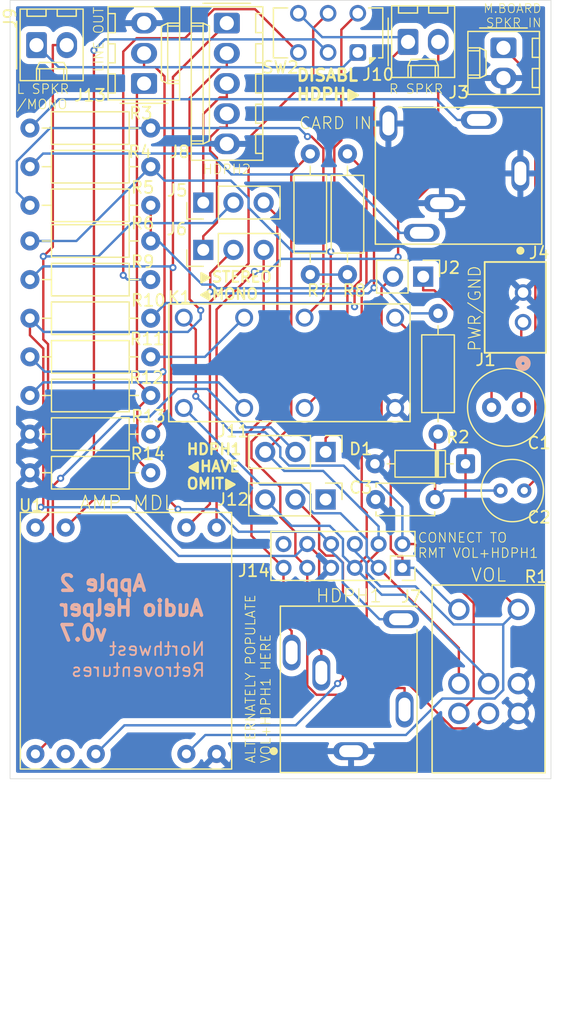
<source format=kicad_pcb>
(kicad_pcb (version 20241229) (generator "pcbnew") (generator_version "9.0")
  (title_block (title "Apple 2 Audio Helper") (date "2026-01-17") (rev "0.7.1") (company "Northwest Retroventures") (comment 1 "Optionally supports second internal speaker for stereo.") (comment 2 "Outputs to line-out jack & headphone jack (rear of case), stock speaker.") (comment 3 "Routes sound card and motherboard audio sources. Power from int. game port connector.") (comment 4 "Circuit to mount internal to Apple 2 beneath keyboard, exposing mode & volume knobs."))
  (layers (0 "F.Cu" signal) (2 "B.Cu" signal) (13 "F.Paste" user) (15 "B.Paste" user) (5 "F.SilkS" user "F.Silkscreen") (7 "B.SilkS" user "B.Silkscreen") (1 "F.Mask" user) (3 "B.Mask" user) (25 "Edge.Cuts" user))
  (net 0 "")
  (net 1 "/+5V_IN")
  (net 2 "Net-(J2-Pin_1)")
  (net 3 "Net-(C2-Pad2)")
  (net 4 "/MB_SPKR")
  (net 5 "/LSPKR+")
  (net 6 "/HP2_IS_PRIMARY_L")
  (net 7 "/HP2_IS_PRIMARY_R")
  (net 8 "/RSPKR+")
  (net 9 "/RSPKR-")
  (net 10 "/LSPKR-")
  (net 11 "/AMP_INPUT_L")
  (net 12 "/MONO_MIX_POINT")
  (net 13 "/AMP_INPUT_R")
  (net 14 "/LINE_OUT_R")
  (net 15 "/LINE_OUT_L")
  (net 16 "/LINE_OUT_SOURCE_R")
  (net 17 "/LINE_OUT_SOURCE_L")
  (net 18 "/INPUT_AUDIO_L")
  (net 19 "/INPUT_AUDIO_R")
  (net 20 "/AUDIO_MB_AC")
  (net 21 "/JACK_L")
  (net 22 "/JACK_R")
  (net 23 "Net-(SW2A-C)")
  (net 24 "Net-(SW2B-C)")
  (net 25 "Net-(SW2A-B)")
  (net 26 "Net-(SW2B-B)")
  (net 29 "RMT_GND")
  (net 30 "V_OUT")
  (net 31 "V_IN")
  (net 32 "HP1_TN")
  (net 33 "HP1_RN")
  (net 34 "HP1_T")
  (net 35 "HP1_R")
  (net 36 "VOL_L")
  (net 37 "VOL_R")
  (net 38 "SRC_L")
  (net 39 "SRC_R")
  (footprint "Connector_PinHeader_2.54mm:PinHeader_1x03_P2.54mm_Vertical" (layer "F.Cu") (at 66.25 71 90)
    (property "Reference" "J6")
    (property "Value" "PIN HEADER 1x3" (hide yes))
  )
  (footprint "Capacitor_THT:C_Disc_D4.7mm_W2.5mm_P5.00mm" (layer "F.Cu") (at 85.75 92 180)
    (property "Reference" "C3")
    (property "Value" "10nF")
  )
  (footprint "Connector_Molex:Molex_KK-254_AE-6410-02A_1x02_P2.54mm_Vertical" (layer "F.Cu") (at 83.475 53.5)
    (property "Reference" "J10")
    (property "Value" "PIN HEADER 1x2" (hide yes))
  )
  (footprint "Resistor_THT:R_Axial_DIN0207_L6.3mm_D2.5mm_P10.16mm_Horizontal" (layer "F.Cu") (at 61.83 86.5 180)
    (property "Reference" "R13")
    (property "Value" "1kΩ")
  )
  (footprint "PTR902-1020K-A502:TRIM_PTR902-1020K-A502" (layer "F.Cu") (at 90.25 107.5 -90)
    (property "Reference" "R1")
    (property "Value" "10kΩ" (hide yes))
  )
  (footprint "Resistor_THT:R_Axial_DIN0207_L6.3mm_D2.5mm_P10.16mm_Horizontal" (layer "F.Cu") (at 51.67 60.75)
    (property "Reference" "R3")
    (property "Value" "10kΩ")
  )
  (footprint "SR11-5V-200-2C:RELAY_SR11-5V-200-2C" (layer "F.Cu") (at 73.5 80.5)
    (property "Reference" "K1")
    (property "Value" "SR11-5V-200-2C")
  )
  (footprint "Resistor_THT:R_Axial_DIN0207_L6.3mm_D2.5mm_P10.16mm_Horizontal" (layer "F.Cu") (at 75.25 62.92 -90)
    (property "Reference" "R7")
    (property "Value" "10kΩ")
  )
  (footprint "Resistor_THT:R_Axial_DIN0207_L6.3mm_D2.5mm_P10.16mm_Horizontal" (layer "F.Cu") (at 61.83 70.25 180)
    (property "Reference" "R6")
    (property "Value" "10kΩ")
  )
  (footprint "Connector_Molex:Molex_KK-254_AE-6410-05A_1x05_P2.54mm_Vertical" (layer "F.Cu") (at 68.23 51.92 -90)
    (property "Reference" "J8")
    (property "Value" "PIN HEADER 1x5" (hide yes))
  )
  (footprint "Connector_PinHeader_2.54mm:PinHeader_1x03_P2.54mm_Vertical" (layer "F.Cu") (at 76.54 92 -90)
    (property "Reference" "J12")
    (property "Value" "PIN HEADER 1x3" (hide yes))
  )
  (footprint "Connector_Molex:Molex_KK-254_AE-6410-03A_1x03_P2.54mm_Vertical" (layer "F.Cu") (at 61.27 57 90)
    (property "Reference" "J13")
    (property "Value" "PIN HEADER 1x3" (hide yes))
  )
  (footprint "pam8403:pam8403" (layer "F.Cu") (at 59.75 103.25)
    (property "Reference" "U1")
    (property "Value" "pam8403" (hide yes))
  )
  (footprint "Connector_PinSocket_2.00mm:PinSocket_2x06_P2.00mm_Vertical" (layer "F.Cu") (at 83 97.75 -90)
    (property "Reference" "J14")
    (property "Value" "PIN HEADER 2x6" (hide yes))
  )
  (footprint "Resistor_THT:R_Axial_DIN0207_L6.3mm_D2.5mm_P10.16mm_Horizontal" (layer "F.Cu") (at 61.83 76.75 180)
    (property "Reference" "R10")
    (property "Value" "33Ω")
  )
  (footprint "SJ1-3515N:CUI_SJ1-3515N" (layer "F.Cu") (at 78.6825 113.175 90)
    (property "Reference" "J7")
    (property "Value" "SJ1-3515N")
  )
  (footprint "Molex5267:CONN_22035025_MOL" (layer "F.Cu") (at 93.1511 77.0896 -90)
    (property "Reference" "J1")
    (property "Value" "PIN HEADER 1x2" (hide yes))
  )
  (footprint "Connector_PinHeader_2.54mm:PinHeader_1x03_P2.54mm_Vertical" (layer "F.Cu") (at 66.25 67.02 90)
    (property "Reference" "J5")
    (property "Value" "PIN HEADER 1x3" (hide yes))
  )
  (footprint "Button_Switch_THT:SW_CK_JS202011CQN_DPDT_Straight" (layer "F.Cu") (at 79.25 54.3925 180)
    (property "Reference" "SW2")
    (property "Value" "SW_DPDT_x2" (hide yes))
  )
  (footprint "Capacitor_THT:C_Radial_D5.0mm_H5.0mm_P2.00mm" (layer "F.Cu") (at 93.25 91.25 180)
    (property "Reference" "C2")
    (property "Value" "1µF")
  )
  (footprint "Connector_PinHeader_2.54mm:PinHeader_1x02_P2.54mm_Vertical" (layer "F.Cu") (at 84.75 73.25 -90)
    (property "Reference" "J2")
    (property "Value" "PIN HEADER 1x2" (hide yes))
  )
  (footprint "SJ1-3515N:CUI_SJ1-3515N" (layer "F.Cu") (at 92.925 64.5675 180)
    (property "Reference" "J4")
    (property "Value" "SJ1-3515N")
  )
  (footprint "Resistor_THT:R_Axial_DIN0207_L6.3mm_D2.5mm_P10.16mm_Horizontal" (layer "F.Cu") (at 61.83 89.75 180)
    (property "Reference" "R14")
    (property "Value" "1kΩ")
  )
  (footprint "Connector_Molex:Molex_KK-254_AE-6410-02A_1x02_P2.54mm_Vertical" (layer "F.Cu") (at 52.225 53.77)
    (property "Reference" "J9")
    (property "Value" "PIN HEADER 1x2" (hide yes))
  )
  (footprint "Resistor_THT:R_Axial_DIN0207_L6.3mm_D2.5mm_P10.16mm_Horizontal" (layer "F.Cu") (at 61.83 67.25 180)
    (property "Reference" "R5")
    (property "Value" "10kΩ")
  )
  (footprint "Diode_THT:D_DO-35_SOD27_P7.62mm_Horizontal" (layer "F.Cu") (at 88.31 89 180)
    (property "Reference" "D1")
    (property "Value" "1N4148")
  )
  (footprint "Resistor_THT:R_Axial_DIN0207_L6.3mm_D2.5mm_P10.16mm_Horizontal" (layer "F.Cu") (at 86 86.5 90)
    (property "Reference" "R2")
    (property "Value" "1kΩ")
  )
  (footprint "Resistor_THT:R_Axial_DIN0207_L6.3mm_D2.5mm_P10.16mm_Horizontal" (layer "F.Cu") (at 51.67 64)
    (property "Reference" "R4")
    (property "Value" "10kΩ")
  )
  (footprint "Resistor_THT:R_Axial_DIN0207_L6.3mm_D2.5mm_P10.16mm_Horizontal" (layer "F.Cu") (at 61.83 80 180)
    (property "Reference" "R11")
    (property "Value" "4.7kΩ")
  )
  (footprint "Capacitor_THT:C_Radial_D6.3mm_H7.0mm_P2.50mm" (layer "F.Cu") (at 93 84.25 180)
    (property "Reference" "C1")
    (property "Value" "100µF")
  )
  (footprint "Resistor_THT:R_Axial_DIN0207_L6.3mm_D2.5mm_P10.16mm_Horizontal" (layer "F.Cu") (at 61.83 83.25 180)
    (property "Reference" "R12")
    (property "Value" "4.7kΩ")
  )
  (footprint "Connector_PinHeader_2.54mm:PinHeader_1x03_P2.54mm_Vertical" (layer "F.Cu") (at 76.54 88 -90)
    (property "Reference" "J11")
    (property "Value" "PIN HEADER 1x3" (hide yes))
  )
  (footprint "Resistor_THT:R_Axial_DIN0207_L6.3mm_D2.5mm_P10.16mm_Horizontal" (layer "F.Cu") (at 78.38 62.92 -90)
    (property "Reference" "R8")
    (property "Value" "10kΩ")
  )
  (footprint "Resistor_THT:R_Axial_DIN0207_L6.3mm_D2.5mm_P10.16mm_Horizontal" (layer "F.Cu") (at 61.83 73.5 180)
    (property "Reference" "R9")
    (property "Value" "33Ω")
  )
  (footprint "Connector_Molex:Molex_KK-254_AE-6410-02A_1x02_P2.54mm_Vertical" (layer "F.Cu") (at 91.5 54 -90)
    (property "Reference" "J3")
    (property "Value" "PIN HEADER 1x2" (hide yes))
  )
  (gr_rect (start 50 50) (end 95.5 115.5) (stroke (width 0.05)) (fill no) (layer "Edge.Cuts"))
  (gr_text "VOL" (at 90.25 99 0) (layer "F.SilkS") (effects (font (size 1.1 1.1) (thickness 0.1)) (justify bottom)))
  (gr_text "︎︎DISABL\nHDPH▶" (at 74 58.5 0) (layer "F.SilkS") (effects (font (size 1 1) (thickness 0.22) (bold yes)) (justify left bottom)))
  (gr_text "ALTERNATELY POPULATE\nVOL+HDPH1 HERE" (at 69.75 114.25 90) (layer "F.SilkS") (effects (font (size 0.8 0.8) (thickness 0.08)) (justify left top)))
  (gr_text "HDPH1" (at 78.5 100.75 0) (layer "F.SilkS") (effects (font (size 1.1 1.1) (thickness 0.1)) (justify bottom)))
  (gr_text "AMP MDL" (at 55.75 93 0) (layer "F.SilkS") (effects (font (size 1.2 1.2) (thickness 0.1)) (justify left bottom)))
  (gr_text "M.BOARD\nSPKR IN" (at 94.75 50.25 0) (layer "F.SilkS") (effects (font (size 0.75 0.75) (thickness 0.07)) (justify right top)))
  (gr_text "▶︎STEREO\n◀︎MONO" (at 65.75 72.75 0) (layer "F.SilkS") (effects (font (size 0.9 0.9) (thickness 0.18) (bold yes)) (justify left top)))
  (gr_text "CONNECT TO\nRMT VOL+HDPH1" (at 84.25 94.75 0) (layer "F.SilkS") (effects (font (size 0.8 0.8) (thickness 0.08)) (justify left top)))
  (gr_text "PWR/GND" (at 88.5 72.25 90) (layer "F.SilkS") (effects (font (size 1 1) (thickness 0.09)) (justify right top)))
  (gr_text "CARD IN" (at 74.25 59.75 0) (layer "F.SilkS") (effects (font (size 1 1) (thickness 0.09)) (justify left top)))
  (gr_text "R SPKR" (at 86.5 57 0) (layer "F.SilkS") (effects (font (size 0.8 0.8) (thickness 0.08)) (justify right top)))
  (gr_text "LINE OUT" (at 56.98 50.5 90) (layer "F.SilkS") (effects (font (size 0.8 0.8) (thickness 0.08)) (justify right top)))
  (gr_text "L SPKR\n/MONO" (at 50.5 57 0) (layer "F.SilkS") (effects (font (size 0.8 0.8) (thickness 0.08)) (justify left top)))
  (gr_text "HDPH1\n◀HAVE\n︎OMIT▶" (at 64.75 87.25 0) (layer "F.SilkS") (effects (font (size 0.9 0.9) (thickness 0.2) (bold yes)) (justify left top)))
  (gr_text "HDPH2" (at 68.23 63.75 0) (layer "F.SilkS") (effects (font (size 0.8 0.8) (thickness 0.08)) (justify top)))
  (gr_text "Apple 2\nAudio Helper\nv0.7" (at 54 104 0) (layer "B.SilkS") (effects (font (size 1.3 1.25) (thickness 0.3) (bold yes)) (justify right bottom mirror)))
  (gr_text "Northwest\nRetroventures" (at 66.5 107 0) (layer "B.SilkS") (effects (font (size 1.1 1.1)) (justify left bottom mirror)))
  (segment (start 93 77.2407) (end 93 84.25) (width 0.2) (layer "F.Cu") (net 1))
  (segment (start 93.1511 77.0896) (end 93 77.2407) (width 0.2) (layer "F.Cu") (net 1))
  (segment (start 90.5 79.2159) (end 85.6858 74.4017) (width 0.2) (layer "F.Cu") (net 2))
  (segment (start 84.75 73.25) (end 84.75 74.4017) (width 0.2) (layer "F.Cu") (net 2))
  (segment (start 90.5 84.25) (end 90.5 79.2159) (width 0.2) (layer "F.Cu") (net 2))
  (segment (start 85.6858 74.4017) (end 84.75 74.4017) (width 0.2) (layer "F.Cu") (net 2))
  (segment (start 85.75 86.75) (end 86 86.5) (width 0.2) (layer "F.Cu") (net 3))
  (segment (start 85.75 92) (end 85.75 86.75) (width 0.2) (layer "F.Cu") (net 3))
  (segment (start 86.5 91.25) (end 85.75 92) (width 0.2) (layer "B.Cu") (net 3))
  (segment (start 91.25 91.25) (end 86.5 91.25) (width 0.2) (layer "B.Cu") (net 3))
  (segment (start 94.1841 56.6841) (end 91.5 54) (width 0.2) (layer "F.Cu") (net 4))
  (segment (start 93.25 91.25) (end 94.1841 90.3159) (width 0.2) (layer "F.Cu") (net 4))
  (segment (start 94.1841 90.3159) (end 94.1841 56.6841) (width 0.2) (layer "F.Cu") (net 4))
  (segment (start 54.0871 55.6321) (end 52.225 53.77) (width 0.2) (layer "B.Cu") (net 5))
  (segment (start 79.25 54.3925) (end 78.0104 55.6321) (width 0.2) (layer "B.Cu") (net 5))
  (segment (start 78.0104 55.6321) (end 54.0871 55.6321) (width 0.2) (layer "B.Cu") (net 5))
  (segment (start 67.6442 58.1717) (end 68.23 58.1717) (width 0.2) (layer "F.Cu") (net 6))
  (segment (start 66.25 59.5659) (end 67.6442 58.1717) (width 0.2) (layer "F.Cu") (net 6))
  (segment (start 66.25 67.02) (end 66.25 59.5659) (width 0.2) (layer "F.Cu") (net 6))
  (segment (start 68.23 57) (end 68.23 58.1717) (width 0.2) (layer "F.Cu") (net 6))
  (segment (start 66.8247 61.5312) (end 66.8247 62.6747) (width 0.2) (layer "F.Cu") (net 7))
  (segment (start 68.23 60.7117) (end 67.6442 60.7117) (width 0.2) (layer "F.Cu") (net 7))
  (segment (start 67.4017 68.6966) (end 66.25 69.8483) (width 0.2) (layer "F.Cu") (net 7))
  (segment (start 66.8247 62.6747) (end 67.4017 63.2517) (width 0.2) (layer "F.Cu") (net 7))
  (segment (start 66.25 71) (end 66.25 69.8483) (width 0.2) (layer "F.Cu") (net 7))
  (segment (start 67.6442 60.7117) (end 66.8247 61.5312) (width 0.2) (layer "F.Cu") (net 7))
  (segment (start 68.23 59.54) (end 68.23 60.7117) (width 0.2) (layer "F.Cu") (net 7))
  (segment (start 67.4017 63.2517) (end 67.4017 68.6966) (width 0.2) (layer "F.Cu") (net 7))
  (segment (start 66.8383 72.9517) (end 66.8383 74.5217) (width 0.2) (layer "F.Cu") (net 8))
  (segment (start 68.79 71) (end 66.8383 72.9517) (width 0.2) (layer "F.Cu") (net 8))
  (segment (start 83.475 53.5) (end 80.6123 56.3627) (width 0.2) (layer "F.Cu") (net 8))
  (segment (start 80.6123 56.3627) (end 80.6123 74.1921) (width 0.2) (layer "F.Cu") (net 8))
  (via (at 66.8383 74.5217) (size 0.6) (drill 0.3) (layers "F.Cu" "B.Cu") (net 8))
  (via (at 80.6123 74.1921) (size 0.6) (drill 0.3) (layers "F.Cu" "B.Cu") (net 8))
  (segment (start 80.1441 74.6603) (end 80.6123 74.1921) (width 0.2) (layer "B.Cu") (net 8))
  (segment (start 66.9769 74.6603) (end 80.1441 74.6603) (width 0.2) (layer "B.Cu") (net 8))
  (segment (start 74.25 51.0925) (end 76.2606 53.1031) (width 0.2) (layer "B.Cu") (net 8))
  (segment (start 76.2606 53.1031) (end 83.0781 53.1031) (width 0.2) (layer "B.Cu") (net 8))
  (segment (start 83.0781 53.1031) (end 83.475 53.5) (width 0.2) (layer "B.Cu") (net 8))
  (segment (start 66.8383 74.5217) (end 66.9769 74.6603) (width 0.2) (layer "B.Cu") (net 8))
  (segment (start 67.37 76.0123) (end 70.5621 72.8202) (width 0.2) (layer "F.Cu") (net 9))
  (segment (start 67.37 94.36) (end 67.37 76.0123) (width 0.2) (layer "F.Cu") (net 9))
  (segment (start 86.015 53.5) (end 86.015 64.9543) (width 0.2) (layer "F.Cu") (net 9))
  (segment (start 82.6403 68.329) (end 82.6403 71.602) (width 0.2) (layer "F.Cu") (net 9))
  (segment (start 86.015 64.9543) (end 82.6403 68.329) (width 0.2) (layer "F.Cu") (net 9))
  (via (at 82.6403 71.602) (size 0.6) (drill 0.3) (layers "F.Cu" "B.Cu") (net 9))
  (via (at 70.5621 72.8202) (size 0.6) (drill 0.3) (layers "F.Cu" "B.Cu") (net 9))
  (segment (start 82.4876 71.7547) (end 82.6403 71.602) (width 0.2) (layer "B.Cu") (net 9))
  (segment (start 72.7922 71.7547) (end 82.4876 71.7547) (width 0.2) (layer "B.Cu") (net 9))
  (segment (start 71.7267 72.8202) (end 72.7922 71.7547) (width 0.2) (layer "B.Cu") (net 9))
  (segment (start 70.5621 72.8202) (end 71.7267 72.8202) (width 0.2) (layer "B.Cu") (net 9))
  (segment (start 54.765 53.77) (end 53.5933 53.77) (width 0.2) (layer "F.Cu") (net 10))
  (segment (start 52.96 78.6981) (end 52.7937 78.5318) (width 0.2) (layer "F.Cu") (net 10))
  (segment (start 53.5933 70.7474) (end 53.5933 53.77) (width 0.2) (layer "F.Cu") (net 10))
  (segment (start 52.96 78.6981) (end 52.7937 78.5318) (width 0.2) (layer "F.Cu") (net 10))
  (segment (start 52.13 94.36) (end 53.1954 93.2946) (width 0.2) (layer "F.Cu") (net 10))
  (segment (start 53.1954 93.2946) (end 53.1954 78.9335) (width 0.2) (layer "F.Cu") (net 10))
  (segment (start 52.7938 71.5469) (end 53.5933 70.7474) (width 0.2) (layer "F.Cu") (net 10))
  (segment (start 52.7937 78.5318) (end 52.7937 71.5469) (width 0.2) (layer "F.Cu") (net 10))
  (segment (start 53.1954 78.9335) (end 52.96 78.6981) (width 0.2) (layer "F.Cu") (net 10))
  (segment (start 52.7937 71.5469) (end 52.7938 71.5469) (width 0.2) (layer "F.Cu") (net 10))
  (via (at 52.7938 71.5469) (size 0.6) (drill 0.3) (layers "F.Cu" "B.Cu") (net 10))
  (segment (start 57.4286 71.5469) (end 60.2255 68.75) (width 0.2) (layer "B.Cu") (net 10))
  (segment (start 67.06 68.75) (end 68.79 67.02) (width 0.2) (layer "B.Cu") (net 10))
  (segment (start 52.7938 71.5469) (end 57.4286 71.5469) (width 0.2) (layer "B.Cu") (net 10))
  (segment (start 60.2255 68.75) (end 67.06 68.75) (width 0.2) (layer "B.Cu") (net 10))
  (segment (start 53.5971 111.9429) (end 53.5971 90.8717) (width 0.2) (layer "F.Cu") (net 11))
  (segment (start 53.5971 90.8717) (end 54.2532 90.2156) (width 0.2) (layer "F.Cu") (net 11))
  (segment (start 52.13 113.41) (end 53.5971 111.9429) (width 0.2) (layer "F.Cu") (net 11))
  (via (at 54.2532 90.2156) (size 0.6) (drill 0.3) (layers "F.Cu" "B.Cu") (net 11))
  (segment (start 69.8233 85.9287) (end 66.5912 82.6966) (width 0.2) (layer "B.Cu") (net 11))
  (segment (start 74 88) (end 71.9287 85.9287) (width 0.2) (layer "B.Cu") (net 11))
  (segment (start 59.4141 85.0547) (end 54.2532 90.2156) (width 0.2) (layer "B.Cu") (net 11))
  (segment (start 66.5912 82.6966) (end 64.0776 82.6966) (width 0.2) (layer "B.Cu") (net 11))
  (segment (start 71.9287 85.9287) (end 69.8233 85.9287) (width 0.2) (layer "B.Cu") (net 11))
  (segment (start 61.7195 85.0547) (end 59.4141 85.0547) (width 0.2) (layer "B.Cu") (net 11))
  (segment (start 64.0776 82.6966) (end 61.7195 85.0547) (width 0.2) (layer "B.Cu") (net 11))
  (segment (start 78.3757 73.0843) (end 78.3757 85.0126) (width 0.2) (layer "F.Cu") (net 12))
  (segment (start 78.3757 85.0126) (end 76.54 86.8483) (width 0.2) (layer "F.Cu") (net 12))
  (segment (start 78.38 73.08) (end 78.3757 73.0843) (width 0.2) (layer "F.Cu") (net 12))
  (segment (start 76.54 88) (end 76.54 86.8483) (width 0.2) (layer "F.Cu") (net 12))
  (segment (start 78.38 73.08) (end 75.25 73.08) (width 0.2) (layer "B.Cu") (net 12))
  (segment (start 77.4095 96.7267) (end 76.5639 96.7267) (width 0.2) (layer "F.Cu") (net 13))
  (segment (start 76.5639 96.7267) (end 76 96.1628) (width 0.2) (layer "F.Cu") (net 13))
  (segment (start 78 107.035) (end 78 97.3172) (width 0.2) (layer "F.Cu") (net 13))
  (segment (start 76 94) (end 74 92) (width 0.2) (layer "F.Cu") (net 13))
  (segment (start 78 97.3172) (end 77.4095 96.7267) (width 0.2) (layer "F.Cu") (net 13))
  (segment (start 76 96.1628) (end 76 94) (width 0.2) (layer "F.Cu") (net 13))
  (segment (start 77.5492 107.4858) (end 78 107.035) (width 0.2) (layer "F.Cu") (net 13))
  (via (at 77.5492 107.4858) (size 0.6) (drill 0.3) (layers "F.Cu" "B.Cu") (net 13))
  (segment (start 74.0347 111.0003) (end 77.5492 107.4858) (width 0.2) (layer "B.Cu") (net 13))
  (segment (start 59.6197 111.0003) (end 74.0347 111.0003) (width 0.2) (layer "B.Cu") (net 13))
  (segment (start 57.21 113.41) (end 59.6197 111.0003) (width 0.2) (layer "B.Cu") (net 13))
  (segment (start 62.9906 56.4003) (end 62.9906 81.2476) (width 0.2) (layer "F.Cu") (net 14))
  (segment (start 61.27 54.46) (end 61.27 55.6317) (width 0.2) (layer "F.Cu") (net 14))
  (segment (start 62.9906 85.3394) (end 61.83 86.5) (width 0.2) (layer "F.Cu") (net 14))
  (segment (start 62.222 55.6317) (end 62.9906 56.4003) (width 0.2) (layer "F.Cu") (net 14))
  (segment (start 62.9906 81.2476) (end 62.9906 85.3394) (width 0.2) (layer "F.Cu") (net 14))
  (segment (start 61.27 55.6317) (end 62.222 55.6317) (width 0.2) (layer "F.Cu") (net 14))
  (segment (start 62.9906 81.2476) (end 62.8589 81.2476) (width 0.2) (layer "F.Cu") (net 14))
  (via (at 62.8589 81.2476) (size 0.6) (drill 0.3) (layers "F.Cu" "B.Cu") (net 14))
  (segment (start 52.9176 81.2476) (end 51.67 80) (width 0.2) (layer "B.Cu") (net 14))
  (segment (start 62.8589 81.2476) (end 52.9176 81.2476) (width 0.2) (layer "B.Cu") (net 14))
  (segment (start 60.7045 84.3755) (end 60.7045 88.6245) (width 0.2) (layer "F.Cu") (net 15))
  (segment (start 60.7045 88.6245) (end 61.83 89.75) (width 0.2) (layer "F.Cu") (net 15))
  (segment (start 61.83 83.25) (end 60.6701 82.0901) (width 0.2) (layer "F.Cu") (net 15))
  (segment (start 61.83 83.25) (end 60.7045 84.3755) (width 0.2) (layer "F.Cu") (net 15))
  (segment (start 60.6701 57.5999) (end 61.27 57) (width 0.2) (layer "F.Cu") (net 15))
  (segment (start 60.6701 82.0901) (end 60.6701 57.5999) (width 0.2) (layer "F.Cu") (net 15))
  (segment (start 67.5352 82.1452) (end 52.7748 82.1452) (width 0.2) (layer "B.Cu") (net 16))
  (segment (start 52.7748 82.1452) (end 51.67 83.25) (width 0.2) (layer "B.Cu") (net 16))
  (segment (start 69.69 84.3) (end 67.5352 82.1452) (width 0.2) (layer "B.Cu") (net 16))
  (segment (start 69.69 76.7) (end 66.39 80) (width 0.2) (layer "B.Cu") (net 17))
  (segment (start 66.39 80) (end 61.83 80) (width 0.2) (layer "B.Cu") (net 17))
  (segment (start 76.3546 62.4662) (end 75.3518 61.4634) (width 0.2) (layer "F.Cu") (net 18))
  (segment (start 74.77 76.7) (end 76.3546 75.1154) (width 0.2) (layer "F.Cu") (net 18))
  (segment (start 76.3546 75.1154) (end 76.3546 62.4662) (width 0.2) (layer "F.Cu") (net 18))
  (segment (start 75.3518 61.4634) (end 75.0186 61.4634) (width 0.2) (layer "F.Cu") (net 18))
  (via (at 75.0186 61.4634) (size 0.6) (drill 0.3) (layers "F.Cu" "B.Cu") (net 18))
  (segment (start 50.5683 66.1483) (end 51.67 67.25) (width 0.2) (layer "B.Cu") (net 18))
  (segment (start 61.83 60.75) (end 53.3585 60.75) (width 0.2) (layer "B.Cu") (net 18))
  (segment (start 75.0186 61.4634) (end 74.3052 60.75) (width 0.2) (layer "B.Cu") (net 18))
  (segment (start 50.5683 63.5402) (end 50.5683 66.1483) (width 0.2) (layer "B.Cu") (net 18))
  (segment (start 53.3585 60.75) (end 50.5683 63.5402) (width 0.2) (layer "B.Cu") (net 18))
  (segment (start 74.3052 60.75) (end 61.83 60.75) (width 0.2) (layer "B.Cu") (net 18))
  (segment (start 76.9758 71.153) (end 76.9758 82.0942) (width 0.2) (layer "F.Cu") (net 19))
  (segment (start 76.9758 82.0942) (end 74.77 84.3) (width 0.2) (layer "F.Cu") (net 19))
  (via (at 76.9758 71.153) (size 0.6) (drill 0.3) (layers "F.Cu" "B.Cu") (net 19))
  (segment (start 70.06 67.4467) (end 73.7663 71.153) (width 0.2) (layer "B.Cu") (net 19))
  (segment (start 70.06 66.658) (end 70.06 67.4467) (width 0.2) (layer "B.Cu") (net 19))
  (segment (start 63.0023 65.1723) (end 68.5743 65.1723) (width 0.2) (layer "B.Cu") (net 19))
  (segment (start 61.83 64) (end 63.0023 65.1723) (width 0.2) (layer "B.Cu") (net 19))
  (segment (start 51.67 70.25) (end 55.58 70.25) (width 0.2) (layer "B.Cu") (net 19))
  (segment (start 68.5743 65.1723) (end 70.06 66.658) (width 0.2) (layer "B.Cu") (net 19))
  (segment (start 73.7663 71.153) (end 76.9758 71.153) (width 0.2) (layer "B.Cu") (net 19))
  (segment (start 55.58 70.25) (end 61.83 64) (width 0.2) (layer "B.Cu") (net 19))
  (segment (start 61.83 67.25) (end 61.83 70.25) (width 0.2) (layer "F.Cu") (net 20))
  (segment (start 80.3632 73.5904) (end 79.7252 74.2284) (width 0.2) (layer "B.Cu") (net 20))
  (segment (start 80.8615 73.5904) (end 80.3632 73.5904) (width 0.2) (layer "B.Cu") (net 20))
  (segment (start 62.4858 70.25) (end 61.83 70.25) (width 0.2) (layer "B.Cu") (net 20))
  (segment (start 86 76.34) (end 83.6111 76.34) (width 0.2) (layer "B.Cu") (net 20))
  (segment (start 83.6111 76.34) (end 80.8615 73.5904) (width 0.2) (layer "B.Cu") (net 20))
  (segment (start 67.0875 73.92) (end 66.1558 73.92) (width 0.2) (layer "B.Cu") (net 20))
  (segment (start 66.1558 73.92) (end 62.4858 70.25) (width 0.2) (layer "B.Cu") (net 20))
  (segment (start 67.3959 74.2284) (end 67.0875 73.92) (width 0.2) (layer "B.Cu") (net 20))
  (segment (start 79.7252 74.2284) (end 67.3959 74.2284) (width 0.2) (layer "B.Cu") (net 20))
  (segment (start 89.425 60.0675) (end 87.6153 60.0675) (width 0.2) (layer "B.Cu") (net 21))
  (segment (start 54.0957 58.3243) (end 51.67 60.75) (width 0.2) (layer "B.Cu") (net 21))
  (segment (start 85.8721 58.3243) (end 54.0957 58.3243) (width 0.2) (layer "B.Cu") (net 21))
  (segment (start 87.6153 60.0675) (end 85.8721 58.3243) (width 0.2) (layer "B.Cu") (net 21))
  (segment (start 84.625 69.5675) (end 82.8153 69.5675) (width 0.2) (layer "B.Cu") (net 22))
  (segment (start 66.8611 62.8949) (end 52.7751 62.8949) (width 0.2) (layer "B.Cu") (net 22))
  (segment (start 77.8986 64.6508) (end 68.617 64.6508) (width 0.2) (layer "B.Cu") (net 22))
  (segment (start 68.617 64.6508) (end 66.8611 62.8949) (width 0.2) (layer "B.Cu") (net 22))
  (segment (start 52.7751 62.8949) (end 51.67 64) (width 0.2) (layer "B.Cu") (net 22))
  (segment (start 82.8153 69.5675) (end 77.8986 64.6508) (width 0.2) (layer "B.Cu") (net 22))
  (segment (start 60.6466 53.19) (end 64.7135 53.19) (width 0.2) (layer "F.Cu") (net 23))
  (segment (start 67.1562 50.7473) (end 70.6048 50.7473) (width 0.2) (layer "F.Cu") (net 23))
  (segment (start 59.5195 73.1401) (end 59.5195 54.3171) (width 0.2) (layer "F.Cu") (net 23))
  (segment (start 64.7135 53.19) (end 67.1562 50.7473) (width 0.2) (layer "F.Cu") (net 23))
  (segment (start 59.5195 54.3171) (end 60.6466 53.19) (width 0.2) (layer "F.Cu") (net 23))
  (segment (start 70.6048 50.7473) (end 74.25 54.3925) (width 0.2) (layer "F.Cu") (net 23))
  (via (at 59.5195 73.1401) (size 0.6) (drill 0.3) (layers "F.Cu" "B.Cu") (net 23))
  (segment (start 59.8794 73.5) (end 59.5195 73.1401) (width 0.2) (layer "B.Cu") (net 23))
  (segment (start 61.83 73.5) (end 59.8794 73.5) (width 0.2) (layer "B.Cu") (net 23))
  (segment (start 77.2726 62.3752) (end 77.2726 67.982) (width 0.2) (layer "F.Cu") (net 24))
  (segment (start 77.8676 52.4749) (end 77.8676 61.7802) (width 0.2) (layer "F.Cu") (net 24))
  (segment (start 79.25 51.0925) (end 77.8676 52.4749) (width 0.2) (layer "F.Cu") (net 24))
  (segment (start 78.9774 74.0664) (end 78.9774 75.7853) (width 0.2) (layer "F.Cu") (net 24))
  (segment (start 79.5001 70.2095) (end 79.5001 73.5437) (width 0.2) (layer "F.Cu") (net 24))
  (segment (start 77.8676 61.7802) (end 77.2726 62.3752) (width 0.2) (layer "F.Cu") (net 24))
  (segment (start 79.5001 73.5437) (end 78.9774 74.0664) (width 0.2) (layer "F.Cu") (net 24))
  (segment (start 77.2726 67.982) (end 79.5001 70.2095) (width 0.2) (layer "F.Cu") (net 24))
  (via (at 78.9774 75.7853) (size 0.6) (drill 0.3) (layers "F.Cu" "B.Cu") (net 24))
  (segment (start 63.1095 75.4705) (end 61.83 76.75) (width 0.2) (layer "B.Cu") (net 24))
  (segment (start 78.9774 75.7853) (end 78.6626 75.4705) (width 0.2) (layer "B.Cu") (net 24))
  (segment (start 78.6626 75.4705) (end 63.1095 75.4705) (width 0.2) (layer "B.Cu") (net 24))
  (segment (start 54.67 94.36) (end 57.052 91.978) (width 0.2) (layer "F.Cu") (net 25))
  (segment (start 57.052 91.978) (end 57.052 54.2088) (width 0.2) (layer "F.Cu") (net 25))
  (via (at 57.052 54.2088) (size 0.6) (drill 0.3) (layers "F.Cu" "B.Cu") (net 25))
  (segment (start 57.052 54.2088) (end 57.9729 53.2879) (width 0.2) (layer "B.Cu") (net 25))
  (segment (start 57.9729 53.2879) (end 75.6454 53.2879) (width 0.2) (layer "B.Cu") (net 25))
  (segment (start 75.6454 53.2879) (end 76.75 54.3925) (width 0.2) (layer "B.Cu") (net 25))
  (segment (start 64.83 94.36) (end 66.8069 92.3831) (width 0.2) (layer "F.Cu") (net 26))
  (segment (start 75.5 56.1591) (end 75.5 52.3425) (width 0.2) (layer "F.Cu") (net 26))
  (segment (start 66.8069 92.3831) (end 66.8069 75.404) (width 0.2) (layer "F.Cu") (net 26))
  (segment (start 66.8069 75.404) (end 70.06 72.1509) (width 0.2) (layer "F.Cu") (net 26))
  (segment (start 75.5 52.3425) (end 76.75 51.0925) (width 0.2) (layer "F.Cu") (net 26))
  (segment (start 70.06 72.1509) (end 70.06 61.5991) (width 0.2) (layer "F.Cu") (net 26))
  (segment (start 70.06 61.5991) (end 75.5 56.1591) (width 0.2) (layer "F.Cu") (net 26))
  (segment (start 88.31 82.62) (end 88.31 89) (width 0.2) (layer "F.Cu") (net 30))
  (segment (start 88.31 96.81) (end 92.75 101.25) (width 0.2) (layer "F.Cu") (net 30))
  (segment (start 88.31 89) (end 88.31 96.81) (width 0.2) (layer "F.Cu") (net 30))
  (segment (start 82.39 76.7) (end 88.31 82.62) (width 0.2) (layer "F.Cu") (net 30))
  (segment (start 84.0998 99.3113) (end 81.1548 99.3113) (width 0.2) (layer "B.Cu") (net 30))
  (segment (start 83.2971 111.8161) (end 86.3632 108.75) (width 0.2) (layer "B.Cu") (net 30))
  (segment (start 79.9767 97.3201) (end 79 96.3434) (width 0.2) (layer "B.Cu") (net 30))
  (segment (start 91.483 102.517) (end 87.3055 102.517) (width 0.2) (layer "B.Cu") (net 30))
  (segment (start 86.3632 108.75) (end 90.7713 108.75) (width 0.2) (layer "B.Cu") (net 30))
  (segment (start 92.75 101.25) (end 91.483 102.517) (width 0.2) (layer "B.Cu") (net 30))
  (segment (start 87.3055 102.517) (end 84.0998 99.3113) (width 0.2) (layer "B.Cu") (net 30))
  (segment (start 79 96.3434) (end 79 95.75) (width 0.2) (layer "B.Cu") (net 30))
  (segment (start 79.9767 98.1332) (end 79.9767 97.3201) (width 0.2) (layer "B.Cu") (net 30))
  (segment (start 90.7713 108.75) (end 91.483 108.0383) (width 0.2) (layer "B.Cu") (net 30))
  (segment (start 91.483 108.0383) (end 91.483 102.517) (width 0.2) (layer "B.Cu") (net 30))
  (segment (start 81.1548 99.3113) (end 79.9767 98.1332) (width 0.2) (layer "B.Cu") (net 30))
  (segment (start 64.83 113.41) (end 66.4239 111.8161) (width 0.2) (layer "B.Cu") (net 30))
  (segment (start 66.4239 111.8161) (end 83.2971 111.8161) (width 0.2) (layer "B.Cu") (net 30))
  (segment (start 82.21 73.25) (end 81.2481 74.2119) (width 0.2) (layer "F.Cu") (net 31))
  (segment (start 82.6336 96.7733) (end 83 96.7733) (width 0.2) (layer "F.Cu") (net 31))
  (segment (start 82.0233 88.3346) (end 82.0233 96.163) (width 0.2) (layer "F.Cu") (net 31))
  (segment (start 82.0233 96.163) (end 82.6336 96.7733) (width 0.2) (layer "F.Cu") (net 31))
  (segment (start 81.2481 87.5594) (end 82.0233 88.3346) (width 0.2) (layer "F.Cu") (net 31))
  (segment (start 83 97.75) (end 83 96.7733) (width 0.2) (layer "F.Cu") (net 31))
  (segment (start 81.2481 74.2119) (end 81.2481 87.5594) (width 0.2) (layer "F.Cu") (net 31))
  (segment (start 83 97.75) (end 83.9767 97.75) (width 0.2) (layer "B.Cu") (net 31))
  (segment (start 87.4767 101.25) (end 87.75 101.25) (width 0.2) (layer "B.Cu") (net 31))
  (segment (start 83.9767 97.75) (end 87.4767 101.25) (width 0.2) (layer "B.Cu") (net 31))
  (segment (start 78.8275 107.8653) (end 78.2619 108.4309) (width 0.2) (layer "F.Cu") (net 32))
  (segment (start 78.2619 108.4309) (end 75.7737 108.4309) (width 0.2) (layer "F.Cu") (net 32))
  (segment (start 72.73 90.9617) (end 72.73 93.4822) (width 0.2) (layer "F.Cu") (net 32))
  (segment (start 83.1825 107.8653) (end 78.8275 107.8653) (width 0.2) (layer "F.Cu") (net 32))
  (segment (start 74 96.75) (end 75 97.75) (width 0.2) (layer "F.Cu") (net 32))
  (segment (start 75.7737 108.4309) (end 75 107.6572) (width 0.2) (layer "F.Cu") (net 32))
  (segment (start 72.4817 84.9549) (end 70.3041 87.1325) (width 0.2) (layer "F.Cu") (net 32))
  (segment (start 83.1825 109.675) (end 83.1825 107.8653) (width 0.2) (layer "F.Cu") (net 32))
  (segment (start 74 94.7522) (end 74 96.75) (width 0.2) (layer "F.Cu") (net 32))
  (segment (start 72.4817 68.1717) (end 72.4817 84.9549) (width 0.2) (layer "F.Cu") (net 32))
  (segment (start 70.3041 87.1325) (end 70.3041 88.5358) (width 0.2) (layer "F.Cu") (net 32))
  (segment (start 72.73 93.4822) (end 74 94.7522) (width 0.2) (layer "F.Cu") (net 32))
  (segment (start 75 107.6572) (end 75 97.75) (width 0.2) (layer "F.Cu") (net 32))
  (segment (start 70.3041 88.5358) (end 72.73 90.9617) (width 0.2) (layer "F.Cu") (net 32))
  (segment (start 71.33 67.02) (end 72.4817 68.1717) (width 0.2) (layer "F.Cu") (net 32))
  (segment (start 70.3041 95.0541) (end 73 97.75) (width 0.2) (layer "F.Cu") (net 33))
  (segment (start 73.6825 103.0653) (end 73 102.3828) (width 0.2) (layer "F.Cu") (net 33))
  (segment (start 73.6825 104.875) (end 73.6825 103.0653) (width 0.2) (layer "F.Cu") (net 33))
  (segment (start 69.9024 89.1165) (end 70.1378 89.3519) (width 0.2) (layer "F.Cu") (net 33))
  (segment (start 70.3041 89.5182) (end 70.3041 95.0541) (width 0.2) (layer "F.Cu") (net 33))
  (segment (start 71.33 85.0747) (end 69.9024 86.5023) (width 0.2) (layer "F.Cu") (net 33))
  (segment (start 71.33 71) (end 71.33 85.0747) (width 0.2) (layer "F.Cu") (net 33))
  (segment (start 70.1378 89.3519) (end 70.3041 89.5182) (width 0.2) (layer "F.Cu") (net 33))
  (segment (start 70.1378 89.3519) (end 70.3041 89.5182) (width 0.2) (layer "F.Cu") (net 33))
  (segment (start 73 102.3828) (end 73 97.75) (width 0.2) (layer "F.Cu") (net 33))
  (segment (start 69.9024 86.5023) (end 69.9024 89.1165) (width 0.2) (layer "F.Cu") (net 33))
  (segment (start 64.1248 92.8198) (end 63.5392 92.2342) (width 0.2) (layer "F.Cu") (net 34))
  (segment (start 63.5392 92.2342) (end 63.5392 72.6482) (width 0.2) (layer "F.Cu") (net 34))
  (segment (start 63.6987 72.4887) (end 63.6987 56.4513) (width 0.2) (layer "F.Cu") (net 34))
  (segment (start 63.6987 56.4513) (end 68.23 51.92) (width 0.2) (layer "F.Cu") (net 34))
  (segment (start 63.5392 72.6482) (end 63.6987 72.4887) (width 0.2) (layer "F.Cu") (net 34))
  (via (at 63.6987 72.4887) (size 0.6) (drill 0.3) (layers "F.Cu" "B.Cu") (net 34))
  (via (at 64.1248 92.8198) (size 0.6) (drill 0.3) (layers "F.Cu" "B.Cu") (net 34))
  (segment (start 77.9767 98.9789) (end 77.9767 97.3201) (width 0.2) (layer "B.Cu") (net 34))
  (segment (start 63.6987 72.4887) (end 63.5998 72.3898) (width 0.2) (layer "B.Cu") (net 34))
  (segment (start 52.7802 72.3898) (end 51.67 73.5) (width 0.2) (layer "B.Cu") (net 34))
  (segment (start 82.8825 102.075) (end 81.0728 102.075) (width 0.2) (layer "B.Cu") (net 34))
  (segment (start 81.0728 102.075) (end 77.9767 98.9789) (width 0.2) (layer "B.Cu") (net 34))
  (segment (start 77 95.75) (end 75.9641 94.7141) (width 0.2) (layer "B.Cu") (net 34))
  (segment (start 77 96.3434) (end 77 95.75) (width 0.2) (layer "B.Cu") (net 34))
  (segment (start 75.9641 94.7141) (end 69.2285 94.7141) (width 0.2) (layer "B.Cu") (net 34))
  (segment (start 63.5998 72.3898) (end 52.7802 72.3898) (width 0.2) (layer "B.Cu") (net 34))
  (segment (start 69.2285 94.7141) (end 67.3342 92.8198) (width 0.2) (layer "B.Cu") (net 34))
  (segment (start 77.9767 97.3201) (end 77 96.3434) (width 0.2) (layer "B.Cu") (net 34))
  (segment (start 67.3342 92.8198) (end 64.1248 92.8198) (width 0.2) (layer "B.Cu") (net 34))
  (segment (start 76 104.5828) (end 76.1825 104.7653) (width 0.2) (layer "F.Cu") (net 35))
  (segment (start 52.5914 92.6534) (end 52.7937 92.4511) (width 0.2) (layer "F.Cu") (net 35))
  (segment (start 65.0983 58.2304) (end 65.0983 75.1496) (width 0.2) (layer "F.Cu") (net 35))
  (segment (start 76.1825 106.575) (end 76.1825 104.7653) (width 0.2) (layer "F.Cu") (net 35))
  (segment (start 68.23 55.6317) (end 67.697 55.6317) (width 0.2) (layer "F.Cu") (net 35))
  (segment (start 67.697 55.6317) (end 65.0983 58.2304) (width 0.2) (layer "F.Cu") (net 35))
  (segment (start 52.7937 79.3) (end 51.67 78.1763) (width 0.2) (layer "F.Cu") (net 35))
  (segment (start 75 95.75) (end 76 96.75) (width 0.2) (layer "F.Cu") (net 35))
  (segment (start 76 96.75) (end 76 104.5828) (width 0.2) (layer "F.Cu") (net 35))
  (segment (start 65.0983 75.1496) (end 66.0348 76.0861) (width 0.2) (layer "F.Cu") (net 35))
  (segment (start 51.67 78.1763) (end 51.67 76.75) (width 0.2) (layer "F.Cu") (net 35))
  (segment (start 68.23 54.46) (end 68.23 55.6317) (width 0.2) (layer "F.Cu") (net 35))
  (segment (start 52.7937 92.4511) (end 52.7937 79.3) (width 0.2) (layer "F.Cu") (net 35))
  (via (at 52.5914 92.6534) (size 0.6) (drill 0.3) (layers "F.Cu" "B.Cu") (net 35))
  (via (at 66.0348 76.0861) (size 0.6) (drill 0.3) (layers "F.Cu" "B.Cu") (net 35))
  (segment (start 60.0854 92.6534) (end 52.5914 92.6534) (width 0.2) (layer "B.Cu") (net 35))
  (segment (start 74 96.75) (end 64.182 96.75) (width 0.2) (layer "B.Cu") (net 35))
  (segment (start 75 95.75) (end 74 96.75) (width 0.2) (layer "B.Cu") (net 35))
  (segment (start 64.182 96.75) (end 60.0854 92.6534) (width 0.2) (layer "B.Cu") (net 35))
  (segment (start 52.8224 77.9024) (end 64.9574 77.9024) (width 0.2) (layer "B.Cu") (net 35))
  (segment (start 64.9574 77.9024) (end 66.0348 76.825) (width 0.2) (layer "B.Cu") (net 35))
  (segment (start 51.67 76.75) (end 52.8224 77.9024) (width 0.2) (layer "B.Cu") (net 35))
  (segment (start 66.0348 76.825) (end 66.0348 76.0861) (width 0.2) (layer "B.Cu") (net 35))
  (segment (start 80 104.009) (end 80 97.3434) (width 0.2) (layer "F.Cu") (net 36))
  (segment (start 71.46 88) (end 73.6532 85.8068) (width 0.2) (layer "F.Cu") (net 36))
  (segment (start 73.6532 64.5168) (end 75.25 62.92) (width 0.2) (layer "F.Cu") (net 36))
  (segment (start 81 96.3434) (end 81 95.75) (width 0.2) (layer "F.Cu") (net 36))
  (segment (start 80 97.3434) (end 81 96.3434) (width 0.2) (layer "F.Cu") (net 36))
  (segment (start 90.25 110) (end 88.9878 111.2622) (width 0.2) (layer "F.Cu") (net 36))
  (segment (start 87.2532 111.2622) (end 80 104.009) (width 0.2) (layer "F.Cu") (net 36))
  (segment (start 88.9878 111.2622) (end 87.2532 111.2622) (width 0.2) (layer "F.Cu") (net 36))
  (segment (start 73.6532 85.8068) (end 73.6532 64.5168) (width 0.2) (layer "F.Cu") (net 36))
  (segment (start 73.0583 89.5983) (end 71.46 88) (width 0.2) (layer "B.Cu") (net 36))
  (segment (start 81 94.2615) (end 76.3368 89.5983) (width 0.2) (layer "B.Cu") (net 36))
  (segment (start 76.3368 89.5983) (end 73.0583 89.5983) (width 0.2) (layer "B.Cu") (net 36))
  (segment (start 81 95.75) (end 81 94.2615) (width 0.2) (layer "B.Cu") (net 36))
  (segment (start 79.9765 64.5165) (end 78.38 62.92) (width 0.2) (layer "F.Cu") (net 37))
  (segment (start 79 97.75) (end 80 96.75) (width 0.2) (layer "F.Cu") (net 37))
  (segment (start 80 93.1132) (end 79.5791 92.6923) (width 0.2) (layer "F.Cu") (net 37))
  (segment (start 79.9765 73.9463) (end 79.9765 64.5165) (width 0.2) (layer "F.Cu") (net 37))
  (segment (start 79.5791 92.6923) (end 79.5791 74.3437) (width 0.2) (layer "F.Cu") (net 37))
  (segment (start 80 96.75) (end 80 93.1132) (width 0.2) (layer "F.Cu") (net 37))
  (segment (start 79.5791 74.3437) (end 79.9765 73.9463) (width 0.2) (layer "F.Cu") (net 37))
  (segment (start 78 95.3306) (end 78 96.75) (width 0.2) (layer "B.Cu") (net 37))
  (segment (start 79 97.75) (end 81.2645 100.0145) (width 0.2) (layer "B.Cu") (net 37))
  (segment (start 76.8861 94.2167) (end 78 95.3306) (width 0.2) (layer "B.Cu") (net 37))
  (segment (start 71.46 92) (end 73.6767 94.2167) (width 0.2) (layer "B.Cu") (net 37))
  (segment (start 73.6767 94.2167) (end 76.8861 94.2167) (width 0.2) (layer "B.Cu") (net 37))
  (segment (start 81.2645 100.0145) (end 83.1643 100.0145) (width 0.2) (layer "B.Cu") (net 37))
  (segment (start 83.1643 100.0145) (end 90.25 107.1002) (width 0.2) (layer "B.Cu") (net 37))
  (segment (start 90.25 107.1002) (end 90.25 107.5) (width 0.2) (layer "B.Cu") (net 37))
  (segment (start 78 96.75) (end 79 97.75) (width 0.2) (layer "B.Cu") (net 37))
  (segment (start 89 108.75) (end 89 100.7293) (width 0.2) (layer "F.Cu") (net 38))
  (segment (start 65.6207 77.7107) (end 65.6207 83.3154) (width 0.2) (layer "F.Cu") (net 38))
  (segment (start 64.61 76.7) (end 65.6207 77.7107) (width 0.2) (layer "F.Cu") (net 38))
  (segment (start 87.75 110) (end 89 108.75) (width 0.2) (layer "F.Cu") (net 38))
  (segment (start 84.0207 95.75) (end 83 95.75) (width 0.2) (layer "F.Cu") (net 38))
  (segment (start 89 100.7293) (end 84.0207 95.75) (width 0.2) (layer "F.Cu") (net 38))
  (via (at 65.6207 83.3154) (size 0.6) (drill 0.3) (layers "F.Cu" "B.Cu") (net 38))
  (segment (start 72.73 87.609) (end 72.73 88.4248) (width 0.2) (layer "B.Cu") (net 38))
  (segment (start 68.6357 86.3304) (end 71.4514 86.3304) (width 0.2) (layer "B.Cu") (net 38))
  (segment (start 72.73 88.4248) (end 73.4569 89.1517) (width 0.2) (layer "B.Cu") (net 38))
  (segment (start 79.4375 90.53) (end 80.9074 90.53) (width 0.2) (layer "B.Cu") (net 38))
  (segment (start 80.9074 90.53) (end 83 92.6226) (width 0.2) (layer "B.Cu") (net 38))
  (segment (start 83 92.6226) (end 83 95.75) (width 0.2) (layer "B.Cu") (net 38))
  (segment (start 71.4514 86.3304) (end 72.73 87.609) (width 0.2) (layer "B.Cu") (net 38))
  (segment (start 73.4569 89.1517) (end 78.0592 89.1517) (width 0.2) (layer "B.Cu") (net 38))
  (segment (start 78.0592 89.1517) (end 79.4375 90.53) (width 0.2) (layer "B.Cu") (net 38))
  (segment (start 65.6207 83.3154) (end 68.6357 86.3304) (width 0.2) (layer "B.Cu") (net 38))
  (segment (start 81 97.75) (end 87.75 104.5) (width 0.2) (layer "F.Cu") (net 39))
  (segment (start 87.75 104.5) (end 87.75 107.5) (width 0.2) (layer "F.Cu") (net 39))
  (segment (start 80 95.3669) (end 77.7937 93.1606) (width 0.2) (layer "B.Cu") (net 39))
  (segment (start 77.7937 93.1606) (end 75.5291 93.1606) (width 0.2) (layer "B.Cu") (net 39))
  (segment (start 81 97.75) (end 80 96.75) (width 0.2) (layer "B.Cu") (net 39))
  (segment (start 75.27 92.9015) (end 75.27 91.5625) (width 0.2) (layer "B.Cu") (net 39))
  (segment (start 71.0497 90.7397) (end 64.61 84.3) (width 0.2) (layer "B.Cu") (net 39))
  (segment (start 75.5291 93.1606) (end 75.27 92.9015) (width 0.2) (layer "B.Cu") (net 39))
  (segment (start 74.4472 90.7397) (end 71.0497 90.7397) (width 0.2) (layer "B.Cu") (net 39))
  (segment (start 75.27 91.5625) (end 74.4472 90.7397) (width 0.2) (layer "B.Cu") (net 39))
  (segment (start 80 96.75) (end 80 95.3669) (width 0.2) (layer "B.Cu") (net 39))
  (zone (net 29) (net_name "RMT_GND") (layer "B.Cu") (connect_pads (clearance 0.5)) (min_thickness 0.25) (fill yes (thermal_gap 0.5) (thermal_bridge_width 0.5))
    (polygon (pts (xy 50.5 50.5) (xy 50.5 115) (xy 95 115) (xy 95 50.5)))
  )
)
</source>
